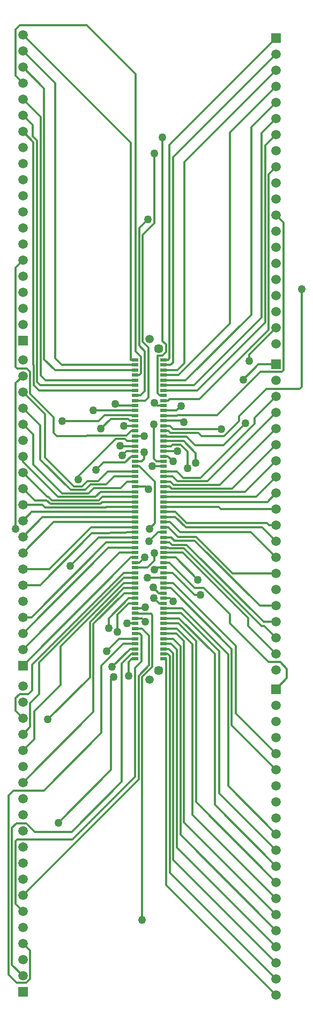
<source format=gtl>
%TF.GenerationSoftware,Altium Limited,Altium Designer,22.11.1 (43)*%
G04 Layer_Physical_Order=1*
G04 Layer_Color=255*
%FSLAX45Y45*%
%MOMM*%
%TF.SameCoordinates,8E6B7D1E-C15C-42CD-BC71-5E9529DE4995*%
%TF.FilePolarity,Positive*%
%TF.FileFunction,Copper,L1,Top,Signal*%
%TF.Part,Single*%
G01*
G75*
%TA.AperFunction,SMDPad,CuDef*%
%ADD10R,1.10000X0.50000*%
%TA.AperFunction,Conductor*%
%ADD11C,0.30000*%
%TA.AperFunction,ComponentPad*%
%ADD12R,1.50000X1.50000*%
%ADD13C,1.50000*%
%ADD14C,1.45000*%
%ADD15C,1.33800*%
%TA.AperFunction,ViaPad*%
%ADD16C,1.27000*%
D10*
X5024999Y10445999D02*
D03*
X5474995D02*
D03*
X5024999Y10365999D02*
D03*
X5474995D02*
D03*
X5024999Y10285999D02*
D03*
X5474995D02*
D03*
X5024999Y10205999D02*
D03*
X5474995D02*
D03*
X5024999Y10126000D02*
D03*
X5474995D02*
D03*
X5024999Y10046000D02*
D03*
X5474995D02*
D03*
X5024999Y9966000D02*
D03*
X5474995D02*
D03*
X5024999Y9886000D02*
D03*
X5474995D02*
D03*
X5024999Y9806000D02*
D03*
X5474995D02*
D03*
X5024999Y9726000D02*
D03*
X5474995D02*
D03*
X5024999Y9646001D02*
D03*
X5474995D02*
D03*
X5024999Y9566001D02*
D03*
X5474995D02*
D03*
X5024999Y9486001D02*
D03*
X5474995D02*
D03*
X5024999Y9406001D02*
D03*
X5474995D02*
D03*
X5024999Y9326001D02*
D03*
X5474995D02*
D03*
X5024999Y9246001D02*
D03*
X5474995D02*
D03*
X5024999Y9166001D02*
D03*
X5474995D02*
D03*
X5024999Y9086002D02*
D03*
X5474995D02*
D03*
X5024999Y9006002D02*
D03*
X5474995D02*
D03*
X5024999Y8926002D02*
D03*
X5474995D02*
D03*
X5024999Y8846002D02*
D03*
X5474995D02*
D03*
X5024999Y8766002D02*
D03*
X5474995D02*
D03*
X5024999Y8686002D02*
D03*
X5474995D02*
D03*
X5024999Y8606003D02*
D03*
X5474995D02*
D03*
X5024999Y8526003D02*
D03*
X5474995D02*
D03*
X5024999Y8446003D02*
D03*
X5474995D02*
D03*
X5024999Y8366003D02*
D03*
X5474995D02*
D03*
X5024999Y8286003D02*
D03*
X5474995D02*
D03*
X5024999Y8205998D02*
D03*
X5474995D02*
D03*
X5024999Y8125998D02*
D03*
X5474995D02*
D03*
X5024999Y8045999D02*
D03*
X5474995D02*
D03*
X5024999Y7965999D02*
D03*
X5474995D02*
D03*
X5024999Y7885999D02*
D03*
X5474995D02*
D03*
X5024999Y7805999D02*
D03*
X5474995D02*
D03*
X5024999Y7725999D02*
D03*
X5474995D02*
D03*
X5024999Y7645999D02*
D03*
X5474995D02*
D03*
X5024999Y7566000D02*
D03*
X5474995D02*
D03*
X5024999Y7486000D02*
D03*
X5474995D02*
D03*
X5024999Y7406000D02*
D03*
X5474995D02*
D03*
X5024999Y7326000D02*
D03*
X5474995D02*
D03*
X5024999Y7246000D02*
D03*
X5474995D02*
D03*
X5024999Y7166000D02*
D03*
X5474995D02*
D03*
X5024999Y7086001D02*
D03*
X5474995D02*
D03*
X5024999Y7006001D02*
D03*
X5474995D02*
D03*
X5024999Y6926001D02*
D03*
X5474995D02*
D03*
X5024999Y6846001D02*
D03*
X5474995D02*
D03*
X5024999Y6766001D02*
D03*
X5474995D02*
D03*
X5024999Y6686001D02*
D03*
X5474995D02*
D03*
X5024999Y6606002D02*
D03*
X5474995D02*
D03*
X5024999Y6526002D02*
D03*
X5474995D02*
D03*
X5024999Y6446002D02*
D03*
X5474995D02*
D03*
X5024999Y6366002D02*
D03*
X5474995D02*
D03*
X5024999Y6286002D02*
D03*
X5474995D02*
D03*
X5024999Y6206002D02*
D03*
X5474995D02*
D03*
X5024999Y6126002D02*
D03*
X5474995D02*
D03*
X5024999Y6046003D02*
D03*
X5474995D02*
D03*
X5024999Y5966003D02*
D03*
X5474995D02*
D03*
X5024999Y5886003D02*
D03*
X5474995D02*
D03*
X5024999Y5806003D02*
D03*
X5474995D02*
D03*
X5024999Y5725998D02*
D03*
X5474995D02*
D03*
D11*
X5524500Y9237980D02*
Y9246001D01*
X5514340Y2159660D02*
Y5725998D01*
X3860800Y10365999D02*
X5024999D01*
X3759200Y10467599D02*
X3860800Y10365999D01*
X3759200Y10467599D02*
Y14812798D01*
X3249996Y15322002D02*
X3759200Y14812798D01*
X3249996Y15068001D02*
X3587013Y14730984D01*
Y10458186D02*
Y14730984D01*
Y10458186D02*
X3759200Y10285999D01*
X5024999D01*
X5474995D02*
X5689600D01*
X5798820Y10395219D01*
Y13566821D01*
X7249998Y15017999D01*
X3609995Y10126000D02*
X5024999D01*
X3531611Y10204384D02*
X3609995Y10126000D01*
X3531611Y10204384D02*
Y12011884D01*
X3529645Y12013849D02*
X3531611Y12011884D01*
X3529645Y12013849D02*
Y14280351D01*
X3249996Y14560001D02*
X3529645Y14280351D01*
X5474995Y10126000D02*
X5823255D01*
X6858000Y11160745D01*
Y14118001D01*
X7249998Y14509999D01*
X7023791Y14029791D02*
X7249998Y14256000D01*
X7023791Y11115218D02*
Y14029791D01*
X5954573Y10046000D02*
X7023791Y11115218D01*
X5474995Y10046000D02*
X5954573D01*
X7079193Y13831194D02*
X7249998Y14001999D01*
X7079193Y11036905D02*
Y13831194D01*
X6008289Y9966000D02*
X7079193Y11036905D01*
X5474995Y9966000D02*
X6008289D01*
X5024999Y9806000D02*
X5181600D01*
X5232400Y9856800D01*
Y10641843D01*
X5142692Y10731551D02*
X5232400Y10641843D01*
X5142692Y10731551D02*
Y12422332D01*
X5328920Y12608560D01*
Y13705840D01*
X5371760Y9726000D02*
X5474995D01*
X5331460Y9766300D02*
X5371760Y9726000D01*
X4363837Y9646001D02*
X5024999D01*
X5474995D02*
X5678521D01*
X5753100Y9720580D01*
X3868420Y9484330D02*
X4450563D01*
X4538777Y9572544D01*
X4958060D01*
X5024999Y9566001D01*
X4940341Y9486001D02*
X5024999D01*
X4909200Y9517141D02*
X4940341Y9486001D01*
X4640377Y9517141D02*
X4909200D01*
X4482658Y9359422D02*
X4640377Y9517141D01*
X4848860Y9406001D02*
X5024999D01*
X4964821Y9326001D02*
X5024999D01*
X4892040Y9253220D02*
X4964821Y9326001D01*
X4262120Y9253220D02*
X4892040D01*
X4251960Y9243060D02*
X4262120Y9253220D01*
X3789680Y9243060D02*
X4251960D01*
X3736340Y9296400D02*
X3789680Y9243060D01*
X3736340Y9296400D02*
Y9543273D01*
X3365403Y9914209D02*
X3736340Y9543273D01*
X3365403Y9914209D02*
Y10261600D01*
X3314603Y10312400D02*
X3365403Y10261600D01*
X3159760Y10312400D02*
X3314603D01*
X3134360Y10337800D02*
X3159760Y10312400D01*
X3134360Y10337800D02*
Y11904365D01*
X3249996Y12020001D01*
X5474995Y9326001D02*
X5552440D01*
X5584581Y9293860D01*
X6024880D01*
X6075680Y9243060D01*
X6428740D01*
X6665793Y9480113D01*
Y9554647D01*
X7100966Y9989820D01*
X7620000D01*
X7653020Y10022840D01*
Y11566977D01*
X4894341Y9166001D02*
X5024999D01*
X4863241Y9197101D02*
X4894341Y9166001D01*
X4717639Y9197101D02*
X4863241D01*
X4126057Y8605520D02*
X4717639Y9197101D01*
X4126057Y8554720D02*
Y8605520D01*
X5168900Y8884102D02*
Y8986571D01*
X5130800Y8846002D02*
X5168900Y8884102D01*
X5024999Y8846002D02*
X5130800D01*
X6972402Y10376002D02*
X7249998D01*
X6731000Y10134600D02*
X6972402Y10376002D01*
X5323840Y8884920D02*
Y9433560D01*
Y8884920D02*
X5362758Y8846002D01*
X5474995D01*
X3134360Y10080361D02*
X3250001Y10196002D01*
X3134360Y7782560D02*
Y10080361D01*
X5250180Y7782560D02*
X5336931Y7869311D01*
Y8521309D01*
X5092238Y8766002D02*
X5336931Y8521309D01*
X5024999Y8766002D02*
X5092238D01*
X5291282D02*
X5474995D01*
X3250001Y9942002D02*
X3604260Y9587743D01*
Y8901496D02*
Y9587743D01*
Y8901496D02*
X4054937Y8450819D01*
X4184147D01*
X4267200Y8533872D01*
X4438706D01*
X4590837Y8686002D01*
X5024999D01*
X4689704Y8606003D02*
X5024999D01*
X4562170Y8478469D02*
X4689704Y8606003D01*
X4318000Y8478469D02*
X4562170D01*
X4234947Y8395416D02*
X4318000Y8478469D01*
X4004137Y8395416D02*
X4234947D01*
X3525520Y8874034D02*
X4004137Y8395416D01*
X3525520Y8874034D02*
Y9412483D01*
X3250001Y9688002D02*
X3525520Y9412483D01*
X6558676Y8414680D02*
X7249998Y9106002D01*
X5601767Y8414680D02*
X6558676D01*
X5570444Y8446003D02*
X5601767Y8414680D01*
X5474995Y8446003D02*
X5570444D01*
X4477558Y8366003D02*
X5024999D01*
X4396166Y8284611D02*
X4477558Y8366003D01*
X3802990Y8284611D02*
X4396166D01*
X3250001Y8837600D02*
X3802990Y8284611D01*
X3250001Y8837600D02*
Y8926002D01*
X4569968Y8125998D02*
X5024999D01*
X4562373Y8118404D02*
X4569968Y8125998D01*
X3601446Y8118404D02*
X4562373D01*
X3555848Y8164002D02*
X3601446Y8118404D01*
X3250001Y8164002D02*
X3555848D01*
X3733998Y7885999D02*
X5024999D01*
X3250001Y7402002D02*
X3733998Y7885999D01*
X5474995D02*
X5572760D01*
X5732079Y7726680D01*
X6851320D01*
X7249998Y7328002D01*
X3250001Y7148002D02*
X3667095D01*
X4325092Y7805999D01*
X5024999D01*
X5474995D02*
X5551861D01*
X5704840Y7653020D01*
X5989320D01*
X6568338Y7074002D01*
X7249998D01*
X3250001Y6894002D02*
X3523016D01*
X4336506Y7707493D01*
X4491853D01*
X5024999Y7725999D01*
X5247640Y7584222D02*
X5389418Y7725999D01*
X5474995D01*
X4450679Y7645999D02*
X5024999D01*
X3997960Y7193280D02*
X4450679Y7645999D01*
X4569003Y7566000D02*
X5024999D01*
X3389005Y6386002D02*
X4569003Y7566000D01*
X3250001Y6386002D02*
X3389005D01*
X3250001Y6132002D02*
X4603999Y7486000D01*
X5024999D01*
X3250001Y5878002D02*
X4777999Y7406000D01*
X5024999D01*
X3250001Y5624002D02*
X4951999Y7326000D01*
X5024999D01*
X5663169D02*
X6017260Y6971909D01*
X5474995Y7326000D02*
X5663169D01*
X5092080Y7246000D02*
X5173980Y7327900D01*
X5024999Y7246000D02*
X5092080D01*
X5474995D02*
X5565745D01*
X5962818Y6848927D01*
X6107420D01*
X6519652Y6436695D01*
Y6292093D02*
Y6436695D01*
Y6292093D02*
X7134845Y5676900D01*
X7315200D01*
X7421880Y5570220D01*
Y5421884D02*
Y5570220D01*
X7249998Y5250002D02*
X7421880Y5421884D01*
X5365140Y7166000D02*
X5474995D01*
X5331460Y7132320D02*
X5365140Y7166000D01*
X4848261Y7086001D02*
X5024999D01*
X3398520Y5636260D02*
X4848261Y7086001D01*
X3398520Y5232400D02*
Y5636260D01*
X3340100Y5173980D02*
X3398520Y5232400D01*
X3200400Y5173980D02*
X3340100D01*
X3134360Y5107940D02*
X3200400Y5173980D01*
X3134360Y4907641D02*
Y5107940D01*
Y4907641D02*
X3250001Y4792000D01*
X5966460Y6733540D02*
X6058332D01*
X5613999Y7086001D02*
X5966460Y6733540D01*
X5474995Y7086001D02*
X5613999D01*
X3250001Y4538000D02*
X3365500Y4653498D01*
Y5026660D01*
X3511306Y5172466D01*
Y5668056D01*
X4849251Y7006001D01*
X5024999D01*
X3250001Y4284000D02*
X3429000Y4462998D01*
Y4898111D01*
X3846576Y5315687D01*
Y5924977D01*
X4847600Y6926001D01*
X5024999D01*
X6615745Y4868255D02*
X7249998Y4234002D01*
X6615745Y4868255D02*
Y5936061D01*
X5625805Y6926001D02*
X6615745Y5936061D01*
X5474995Y6926001D02*
X5625805D01*
X4845949Y6846001D02*
X5024999D01*
X4308028Y6308080D02*
X4845949Y6846001D01*
X4308028Y5430708D02*
Y6308080D01*
X3647440Y4770120D02*
X4308028Y5430708D01*
X5474995Y6846001D02*
X5587299D01*
X6548120Y5885180D01*
Y4681880D02*
Y5885180D01*
Y4681880D02*
X7249998Y3980002D01*
X4605498Y6216010D02*
Y6366154D01*
X4925344Y6686001D01*
X5024999D01*
X5572760D02*
X5623560Y6635201D01*
X5474995Y6686001D02*
X5572760D01*
X4744720Y6151880D02*
Y6427028D01*
X4923693Y6606002D01*
X5024999D01*
X5403657D02*
X5474995D01*
X5321838Y6687820D02*
X5403657Y6606002D01*
X5024999Y6526002D02*
X5165461D01*
X5181600Y6542141D01*
X5474995Y6526002D02*
X5768172D01*
X6492718Y5801457D01*
Y3721283D02*
Y5801457D01*
Y3721283D02*
X7249998Y2964002D01*
X5474995Y6446002D02*
X5753461D01*
X6355080Y5844383D01*
Y3604920D02*
Y5844383D01*
Y3604920D02*
X7249998Y2710002D01*
X5137658Y6366002D02*
X5188458Y6315202D01*
X5024999Y6366002D02*
X5137658D01*
X5474995D02*
X5721538D01*
X6281420Y5806120D01*
Y3424580D02*
Y5806120D01*
Y3424580D02*
X7249998Y2456002D01*
X5024999Y6206002D02*
X5132558D01*
X5242560Y6096000D01*
Y5626100D02*
Y6096000D01*
X5079284Y5462824D02*
X5242560Y5626100D01*
X5079284Y3827282D02*
Y5462824D01*
X3250001Y1998000D02*
X5079284Y3827282D01*
X5929605Y3268396D02*
X7249998Y1948002D01*
X5929605Y3268396D02*
Y5959688D01*
X5683291Y6206002D02*
X5929605Y5959688D01*
X5474995Y6206002D02*
X5683291D01*
X5794370Y3149630D02*
X7249998Y1694002D01*
X5794370Y3149630D02*
Y6008619D01*
X5676986Y6126002D02*
X5794370Y6008619D01*
X5474995Y6126002D02*
X5676986D01*
X4773463Y6046003D02*
X5024999D01*
X4577080Y5849620D02*
X4773463Y6046003D01*
X4645660Y5405120D02*
X4686300Y5445760D01*
X4645660Y3975100D02*
Y5405120D01*
X3812540Y3141980D02*
X4645660Y3975100D01*
X5474995Y6046003D02*
X5621680D01*
X5738967Y5928716D01*
Y2951033D02*
Y5928716D01*
Y2951033D02*
X7249998Y1440002D01*
X4840783Y5966003D02*
X5024999D01*
X4490720Y5615940D02*
X4840783Y5966003D01*
X4490720Y4559300D02*
Y5615940D01*
X3581400Y3649980D02*
X4490720Y4559300D01*
X3098800Y3649980D02*
X3581400D01*
X3022600Y3573780D02*
X3098800Y3649980D01*
X3022600Y739140D02*
Y3573780D01*
Y739140D02*
X3149600Y612140D01*
X3302000D01*
X3365500Y675640D01*
Y1120501D01*
X3250001Y1236000D02*
X3365500Y1120501D01*
X5474995Y5966003D02*
X5590875D01*
X5683565Y5873313D01*
Y2752435D02*
Y5873313D01*
Y2752435D02*
X7249998Y1186002D01*
X4943663Y5886003D02*
X5024999D01*
X4663440Y5605780D02*
X4943663Y5886003D01*
X4967326Y5806003D02*
X5024999D01*
X4815749Y5654426D02*
X4967326Y5806003D01*
X4815749Y3790980D02*
Y5654426D01*
X4021968Y2997200D02*
X4815749Y3790980D01*
X3439160Y2997200D02*
X4021968D01*
X3304540Y3131820D02*
X3439160Y2997200D01*
X3149600Y3131820D02*
X3304540D01*
X3078480Y3060700D02*
X3149600Y3131820D01*
X3078480Y899521D02*
Y3060700D01*
Y899521D02*
X3250001Y728000D01*
X4919980Y5456763D02*
Y5677499D01*
X4968479Y5725998D01*
X5024999D01*
X5474995D02*
X5514340D01*
Y2159660D02*
X7249998Y424002D01*
X5328920Y7277760D02*
Y7396480D01*
X5217160Y7166000D02*
X5328920Y7277760D01*
X5024999Y7166000D02*
X5217160D01*
X5398618Y6766001D02*
X5474995D01*
X5311699Y6852920D02*
X5398618Y6766001D01*
X5214620Y7006001D02*
X5474995D01*
X5985007Y3466993D02*
X7249998Y2202002D01*
X5985007Y3466993D02*
Y6006622D01*
X5705627Y6286002D02*
X5985007Y6006622D01*
X5474995Y6286002D02*
X5705627D01*
X7053788Y6312002D02*
X7249998D01*
X5839460Y7526330D02*
X7053788Y6312002D01*
X5607350Y7526330D02*
X5839460D01*
X5567680Y7566000D02*
X5607350Y7526330D01*
X5474995Y7566000D02*
X5567680D01*
X6938000Y8286003D02*
X7249998Y8598002D01*
X5474995Y8286003D02*
X6938000D01*
X6912295Y9530298D02*
X7249998Y9868002D01*
X6912295Y9437055D02*
Y9530298D01*
X6060191Y8584951D02*
X6912295Y9437055D01*
X5786537Y8584951D02*
X6060191D01*
X5685485Y8686002D02*
X5786537Y8584951D01*
X5474995Y8686002D02*
X5685485D01*
X5474995Y9566001D02*
X5687060D01*
X5691779Y9570720D01*
X6316980D01*
X7005320Y10259060D01*
X7340600D01*
X7366000Y10284460D01*
Y12615997D01*
X7249998Y12731999D02*
X7366000Y12615997D01*
X5474995Y7406000D02*
X5776219D01*
X6809268Y6372951D01*
Y6244732D02*
Y6372951D01*
Y6244732D02*
X7249998Y5804002D01*
X6997598Y6566002D02*
X7249998D01*
X5966795Y7596805D02*
X6997598Y6566002D01*
X5644815Y7596805D02*
X5966795D01*
X5595620Y7645999D02*
X5644815Y7596805D01*
X5474995Y7645999D02*
X5595620D01*
X7062927Y6245073D02*
X7249998Y6058002D01*
X7023887Y6245073D02*
X7062927D01*
X5798033Y7470927D02*
X7023887Y6245073D01*
X5566867Y7470927D02*
X5798033D01*
X5551795Y7486000D02*
X5566867Y7470927D01*
X5474995Y7486000D02*
X5551795D01*
X5474995Y7965999D02*
X5659171D01*
X5824830Y7800340D01*
X7031660D01*
X7249998Y7582002D01*
X3559998Y7965999D02*
X5024999D01*
X3250001Y7656002D02*
X3559998Y7965999D01*
X7142480Y7836002D02*
X7249998D01*
X7107022Y7871460D02*
X7142480Y7836002D01*
X5836199Y7871460D02*
X7107022D01*
X5661660Y8045999D02*
X5836199Y7871460D01*
X5474995Y8045999D02*
X5661660D01*
X3385998D02*
X5024999D01*
X3250001Y7910002D02*
X3385998Y8045999D01*
X5474995Y8606003D02*
X5615457D01*
X5691911Y8529549D01*
X6165545D01*
X7249998Y9614002D01*
X6364143Y8474146D02*
X7249998Y9360002D01*
X5636260Y8474146D02*
X6364143D01*
X5584403Y8526003D02*
X5636260Y8474146D01*
X5474995Y8526003D02*
X5584403D01*
X5474995Y8366003D02*
X5567680D01*
X5574406Y8359277D01*
X6757274D01*
X7249998Y8852002D01*
X5474995Y8205998D02*
X7111995D01*
X7249998Y8344002D01*
X5851083Y8735060D02*
Y8999220D01*
X5740400Y9109903D02*
X5851083Y8999220D01*
X5616382Y9109903D02*
X5740400D01*
X5592481Y9086002D02*
X5616382Y9109903D01*
X5474995Y9086002D02*
X5592481D01*
X5983524Y8816340D02*
Y8973678D01*
X5791200Y9166001D02*
X5983524Y8973678D01*
X5474995Y9166001D02*
X5791200D01*
X5474995Y9246001D02*
X5524500D01*
Y9237980D02*
X5836920D01*
X5974080Y9100820D01*
X6423660D01*
X6771640Y9448800D01*
X5474995Y8926002D02*
X5536758D01*
X5621020Y8841740D01*
X5474995Y9006002D02*
X5696382D01*
X6830060Y10431780D02*
Y10534061D01*
X7249998Y10953999D01*
X5474995Y9486001D02*
X5774319D01*
X5793740Y9466580D01*
X5621955Y9356806D02*
X6382619D01*
X5572760Y9406001D02*
X5621955Y9356806D01*
X5474995Y9406001D02*
X5572760D01*
X7134596Y13378596D02*
X7249998Y13493999D01*
X7134596Y10916945D02*
Y13378596D01*
X6042370Y9824720D02*
X7134596Y10916945D01*
X5565140Y9824720D02*
X6042370D01*
X5546420Y9806000D02*
X5565140Y9824720D01*
X5474995Y9806000D02*
X5546420D01*
X3250001Y3776000D02*
X4363430Y4889429D01*
Y6279424D01*
X4850008Y6766001D01*
X5024999D01*
X3250001Y8672002D02*
X3636000Y8286003D01*
X3652937D01*
X3709731Y8229209D01*
X4451568D01*
X4508363Y8286003D01*
X5024999D01*
X4506971Y8205998D02*
X5024999D01*
X4474779Y8173806D02*
X4506971Y8205998D01*
X3683508Y8173806D02*
X4474779D01*
X3629198Y8228117D02*
X3683508Y8173806D01*
X3439886Y8228117D02*
X3629198D01*
X3250001Y8418002D02*
X3439886Y8228117D01*
X4899660Y8526003D02*
X5024999D01*
X4796297Y8422640D02*
X4899660Y8526003D01*
X4368800Y8422640D02*
X4796297D01*
X4286174Y8340014D02*
X4368800Y8422640D01*
X3869766Y8340014D02*
X4286174D01*
X3418840Y8790940D02*
X3869766Y8340014D01*
X3418840Y8790940D02*
Y9265163D01*
X3250001Y9434002D02*
X3418840Y9265163D01*
X4961062Y8926002D02*
X5024999D01*
X4864100Y8829040D02*
X4961062Y8926002D01*
X4521200Y8829040D02*
X4864100D01*
X4403090Y8710930D02*
X4521200Y8829040D01*
X5024999Y8446003D02*
X5188717D01*
X5232400Y8402320D01*
X3249996Y14052000D02*
X3418840Y13883157D01*
Y10366807D02*
Y13883157D01*
Y10366807D02*
X3420806Y10364841D01*
Y10050556D02*
Y10364841D01*
Y10050556D02*
X3505363Y9966000D01*
X5024999D01*
X3527913Y10046000D02*
X5024999D01*
X3476208Y10097704D02*
X3527913Y10046000D01*
X3476208Y10097704D02*
Y10422204D01*
X3474242Y10424170D02*
X3476208Y10422204D01*
X3474242Y10424170D02*
Y13906104D01*
X3402427Y13977921D02*
X3474242Y13906104D01*
X3402427Y13977921D02*
Y14153571D01*
X3249996Y14306001D02*
X3402427Y14153571D01*
X4897618Y6286002D02*
X5024999D01*
X4897120Y6286500D02*
X4897618Y6286002D01*
X5135880Y1610360D02*
Y5438140D01*
X5298440Y5600700D01*
Y6413500D01*
X5273700Y6438240D02*
X5298440Y6413500D01*
X5085461Y6438240D02*
X5273700D01*
X5077699Y6446002D02*
X5085461Y6438240D01*
X5024999Y6446002D02*
X5077699D01*
X3134360Y1859641D02*
X3250001Y1744000D01*
X3134360Y1859641D02*
Y2849880D01*
X3162300Y2877820D01*
X4036060D01*
X5023881Y3865641D01*
Y5584744D01*
X5128738Y5689600D01*
Y6096000D01*
X5098735Y6126002D02*
X5128738Y6096000D01*
X5024999Y6126002D02*
X5098735D01*
X5572760Y2355240D02*
X7249998Y678002D01*
X5572760Y2355240D02*
Y5770443D01*
X5537200Y5806003D02*
X5572760Y5770443D01*
X5474995Y5806003D02*
X5537200D01*
X3249996Y15576001D02*
X4953000Y13872997D01*
Y10445999D02*
Y13872997D01*
Y10445999D02*
X5024999D01*
X5628162Y2553838D02*
X7249998Y932002D01*
X5628162Y2553838D02*
Y5814538D01*
X5556697Y5886003D02*
X5628162Y5814538D01*
X5474995Y5886003D02*
X5556697D01*
X5024999Y9246001D02*
X5168900D01*
X4738959Y9726000D02*
X5024999D01*
X4711360Y9753600D02*
X4738959Y9726000D01*
X4790440Y9093200D02*
X4797638Y9086002D01*
X5024999D01*
X4820920Y8940800D02*
X4886122Y9006002D01*
X5024999D01*
Y10205999D02*
X5090439D01*
X5120640Y10236200D01*
Y10494264D01*
X5031887Y10583017D02*
X5120640Y10494264D01*
X5031887Y10583017D02*
Y14955373D01*
X4262120Y15725140D02*
X5031887Y14955373D01*
X3200400Y15725140D02*
X4262120D01*
X3134360Y15659100D02*
X3200400Y15725140D01*
X3134360Y14929637D02*
Y15659100D01*
Y14929637D02*
X3249996Y14814001D01*
X5087290Y12529490D02*
X5224780Y12666980D01*
X5087290Y10673410D02*
Y12529490D01*
Y10673410D02*
X5176520Y10584180D01*
Y9956800D02*
Y10584180D01*
X5105720Y9886000D02*
X5176520Y9956800D01*
X5024999Y9886000D02*
X5105720D01*
X5474995Y10365999D02*
X5582143D01*
X5623702Y10407559D01*
Y13645703D01*
X7249998Y15271999D01*
X5474995Y10445999D02*
X5547020D01*
X5568300Y10467279D01*
Y13844299D01*
X7249998Y15525999D01*
X5458460Y10744200D02*
Y13959840D01*
Y10744200D02*
X5512897Y10689763D01*
Y10572577D02*
Y10689763D01*
X5453380Y10513060D02*
X5512897Y10572577D01*
X5377180Y10513060D02*
X5453380D01*
X5377180Y9919020D02*
Y10513060D01*
Y9919020D02*
X5410200Y9886000D01*
X5474995D01*
Y10205999D02*
X5710199D01*
X6522720Y11018520D01*
Y14036720D01*
X7249998Y14763998D01*
X6378377Y8090002D02*
X7249998D01*
X6342380Y8125998D02*
X6378377Y8090002D01*
X5474995Y8125998D02*
X6342380D01*
D12*
X7249998Y15525999D02*
D03*
X3249996Y10750001D02*
D03*
X7249998Y10376002D02*
D03*
X3250001Y5624002D02*
D03*
X7249998Y5250002D02*
D03*
X3250001Y474000D02*
D03*
D13*
X7249998Y15271999D02*
D03*
Y15017999D02*
D03*
Y14763998D02*
D03*
Y14509999D02*
D03*
Y14256000D02*
D03*
Y14001999D02*
D03*
Y13748000D02*
D03*
Y13493999D02*
D03*
Y13239999D02*
D03*
Y12985999D02*
D03*
Y12731999D02*
D03*
Y12477999D02*
D03*
Y12223999D02*
D03*
Y11969999D02*
D03*
Y11715999D02*
D03*
Y11461999D02*
D03*
Y11207999D02*
D03*
Y10953999D02*
D03*
Y10699999D02*
D03*
X3249996Y11004001D02*
D03*
Y11258001D02*
D03*
Y11512001D02*
D03*
Y11766001D02*
D03*
Y12020001D02*
D03*
Y12274001D02*
D03*
Y12528001D02*
D03*
Y12782001D02*
D03*
Y13036002D02*
D03*
Y13290001D02*
D03*
Y13544000D02*
D03*
Y13798001D02*
D03*
Y14052000D02*
D03*
Y14306001D02*
D03*
Y14560001D02*
D03*
Y14814001D02*
D03*
Y15068001D02*
D03*
Y15322002D02*
D03*
Y15576001D02*
D03*
X7249998Y10122002D02*
D03*
Y9868002D02*
D03*
Y9614002D02*
D03*
Y9360002D02*
D03*
Y9106002D02*
D03*
Y8852002D02*
D03*
Y8598002D02*
D03*
Y8344002D02*
D03*
Y8090002D02*
D03*
Y7836002D02*
D03*
Y7582002D02*
D03*
Y7328002D02*
D03*
Y7074002D02*
D03*
Y6820002D02*
D03*
Y6566002D02*
D03*
Y6312002D02*
D03*
Y6058002D02*
D03*
Y5804002D02*
D03*
Y5550002D02*
D03*
X3250001Y5878002D02*
D03*
Y6132002D02*
D03*
Y6386002D02*
D03*
Y6640002D02*
D03*
Y6894002D02*
D03*
Y7148002D02*
D03*
Y7402002D02*
D03*
Y7656002D02*
D03*
Y7910002D02*
D03*
Y8164002D02*
D03*
Y8418002D02*
D03*
Y8672002D02*
D03*
Y8926002D02*
D03*
Y9180002D02*
D03*
Y9434002D02*
D03*
Y9688002D02*
D03*
Y9942002D02*
D03*
Y10196002D02*
D03*
Y10450002D02*
D03*
X7249998Y4996002D02*
D03*
Y4742002D02*
D03*
Y4488002D02*
D03*
Y4234002D02*
D03*
Y3980002D02*
D03*
Y3726002D02*
D03*
Y3472002D02*
D03*
Y3218002D02*
D03*
Y2964002D02*
D03*
Y2710002D02*
D03*
Y2456002D02*
D03*
Y2202002D02*
D03*
Y1948002D02*
D03*
Y1694002D02*
D03*
Y1440002D02*
D03*
Y1186002D02*
D03*
Y932002D02*
D03*
Y678002D02*
D03*
Y424002D02*
D03*
X3250001Y728000D02*
D03*
Y982000D02*
D03*
Y1236000D02*
D03*
Y1490000D02*
D03*
Y1744000D02*
D03*
Y1998000D02*
D03*
Y2252000D02*
D03*
Y2506000D02*
D03*
Y2760000D02*
D03*
Y3014000D02*
D03*
Y3268000D02*
D03*
Y3522000D02*
D03*
Y3776000D02*
D03*
Y4030000D02*
D03*
Y4284000D02*
D03*
Y4538000D02*
D03*
Y4792000D02*
D03*
Y5046000D02*
D03*
Y5300000D02*
D03*
D14*
X5399994Y5545999D02*
D03*
Y10625999D02*
D03*
D15*
X5249997Y5396001D02*
D03*
Y10776001D02*
D03*
D16*
X5328920Y13705840D02*
D03*
X5331460Y9766300D02*
D03*
X4363837Y9646001D02*
D03*
X5753100Y9720580D02*
D03*
X3868420Y9484330D02*
D03*
X4482658Y9359422D02*
D03*
X4848860Y9406001D02*
D03*
X7653020Y11566977D02*
D03*
X4126057Y8554720D02*
D03*
X5168900Y8986571D02*
D03*
X6731000Y10134600D02*
D03*
X5323840Y9433560D02*
D03*
X3134360Y7782560D02*
D03*
X5250180D02*
D03*
X5291282Y8766002D02*
D03*
X5247640Y7584222D02*
D03*
X3997960Y7193280D02*
D03*
X6017260Y6971909D02*
D03*
X5173980Y7327900D02*
D03*
X5331460Y7132320D02*
D03*
X6058332Y6733540D02*
D03*
X3647440Y4770120D02*
D03*
X4605498Y6216010D02*
D03*
X5623560Y6635201D02*
D03*
X4744720Y6151880D02*
D03*
X5321838Y6687820D02*
D03*
X5181600Y6542141D02*
D03*
X5188458Y6315202D02*
D03*
X4577080Y5849620D02*
D03*
X4686300Y5445760D02*
D03*
X3812540Y3141980D02*
D03*
X4663440Y5605780D02*
D03*
X4919980Y5456763D02*
D03*
X5328920Y7396480D02*
D03*
X5311699Y6852920D02*
D03*
X5214620Y7006001D02*
D03*
X5851083Y8735060D02*
D03*
X5983524Y8816340D02*
D03*
X6771640Y9448800D02*
D03*
X5621020Y8841740D02*
D03*
X5696382Y9006002D02*
D03*
X6830060Y10431780D02*
D03*
X5793740Y9466580D02*
D03*
X6382619Y9356806D02*
D03*
X4403090Y8710930D02*
D03*
X5232400Y8402320D02*
D03*
X4897120Y6286500D02*
D03*
X5135880Y1610360D02*
D03*
X5168900Y9246001D02*
D03*
X4711360Y9753600D02*
D03*
X4790440Y9093200D02*
D03*
X4820920Y8940800D02*
D03*
X5224780Y12666980D02*
D03*
X5458460Y13959840D02*
D03*
%TF.MD5,67ab81578681f32c26c6c354b55b8882*%
M02*

</source>
